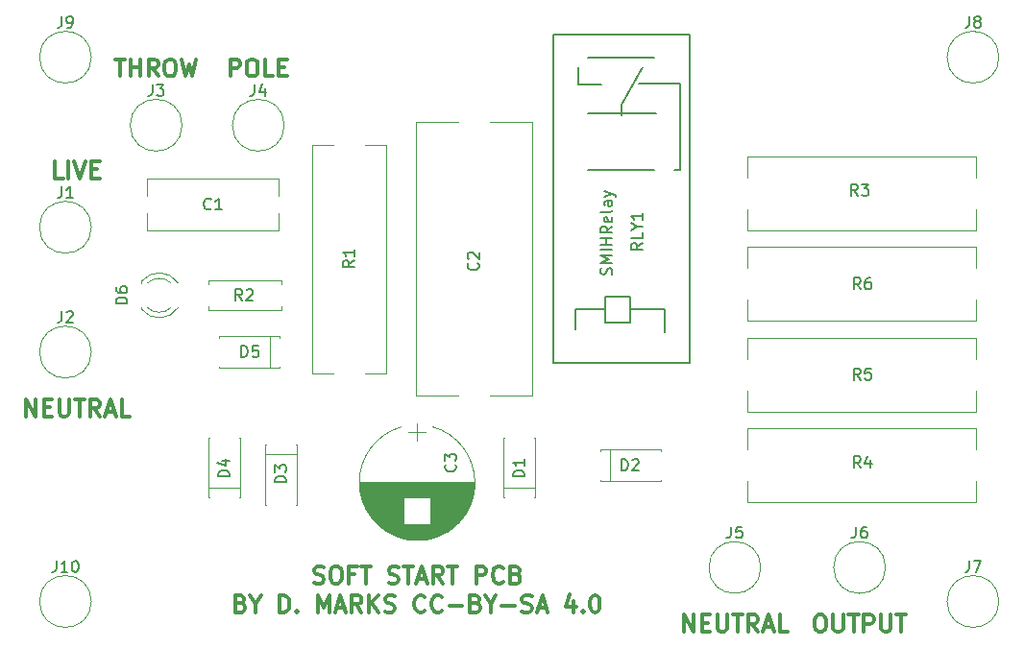
<source format=gbr>
G04 #@! TF.FileFunction,Legend,Top*
%FSLAX46Y46*%
G04 Gerber Fmt 4.6, Leading zero omitted, Abs format (unit mm)*
G04 Created by KiCad (PCBNEW 4.0.7) date 08/23/20 20:58:51*
%MOMM*%
%LPD*%
G01*
G04 APERTURE LIST*
%ADD10C,0.100000*%
%ADD11C,0.300000*%
%ADD12C,0.120000*%
%ADD13C,0.200000*%
%ADD14C,0.150000*%
G04 APERTURE END LIST*
D10*
D11*
X121928572Y-75332143D02*
X122142858Y-75403571D01*
X122500001Y-75403571D01*
X122642858Y-75332143D01*
X122714287Y-75260714D01*
X122785715Y-75117857D01*
X122785715Y-74975000D01*
X122714287Y-74832143D01*
X122642858Y-74760714D01*
X122500001Y-74689286D01*
X122214287Y-74617857D01*
X122071429Y-74546429D01*
X122000001Y-74475000D01*
X121928572Y-74332143D01*
X121928572Y-74189286D01*
X122000001Y-74046429D01*
X122071429Y-73975000D01*
X122214287Y-73903571D01*
X122571429Y-73903571D01*
X122785715Y-73975000D01*
X123714286Y-73903571D02*
X124000000Y-73903571D01*
X124142858Y-73975000D01*
X124285715Y-74117857D01*
X124357143Y-74403571D01*
X124357143Y-74903571D01*
X124285715Y-75189286D01*
X124142858Y-75332143D01*
X124000000Y-75403571D01*
X123714286Y-75403571D01*
X123571429Y-75332143D01*
X123428572Y-75189286D01*
X123357143Y-74903571D01*
X123357143Y-74403571D01*
X123428572Y-74117857D01*
X123571429Y-73975000D01*
X123714286Y-73903571D01*
X125500001Y-74617857D02*
X125000001Y-74617857D01*
X125000001Y-75403571D02*
X125000001Y-73903571D01*
X125714287Y-73903571D01*
X126071429Y-73903571D02*
X126928572Y-73903571D01*
X126500001Y-75403571D02*
X126500001Y-73903571D01*
X128500000Y-75332143D02*
X128714286Y-75403571D01*
X129071429Y-75403571D01*
X129214286Y-75332143D01*
X129285715Y-75260714D01*
X129357143Y-75117857D01*
X129357143Y-74975000D01*
X129285715Y-74832143D01*
X129214286Y-74760714D01*
X129071429Y-74689286D01*
X128785715Y-74617857D01*
X128642857Y-74546429D01*
X128571429Y-74475000D01*
X128500000Y-74332143D01*
X128500000Y-74189286D01*
X128571429Y-74046429D01*
X128642857Y-73975000D01*
X128785715Y-73903571D01*
X129142857Y-73903571D01*
X129357143Y-73975000D01*
X129785714Y-73903571D02*
X130642857Y-73903571D01*
X130214286Y-75403571D02*
X130214286Y-73903571D01*
X131071428Y-74975000D02*
X131785714Y-74975000D01*
X130928571Y-75403571D02*
X131428571Y-73903571D01*
X131928571Y-75403571D01*
X133285714Y-75403571D02*
X132785714Y-74689286D01*
X132428571Y-75403571D02*
X132428571Y-73903571D01*
X132999999Y-73903571D01*
X133142857Y-73975000D01*
X133214285Y-74046429D01*
X133285714Y-74189286D01*
X133285714Y-74403571D01*
X133214285Y-74546429D01*
X133142857Y-74617857D01*
X132999999Y-74689286D01*
X132428571Y-74689286D01*
X133714285Y-73903571D02*
X134571428Y-73903571D01*
X134142857Y-75403571D02*
X134142857Y-73903571D01*
X136214285Y-75403571D02*
X136214285Y-73903571D01*
X136785713Y-73903571D01*
X136928571Y-73975000D01*
X136999999Y-74046429D01*
X137071428Y-74189286D01*
X137071428Y-74403571D01*
X136999999Y-74546429D01*
X136928571Y-74617857D01*
X136785713Y-74689286D01*
X136214285Y-74689286D01*
X138571428Y-75260714D02*
X138499999Y-75332143D01*
X138285713Y-75403571D01*
X138142856Y-75403571D01*
X137928571Y-75332143D01*
X137785713Y-75189286D01*
X137714285Y-75046429D01*
X137642856Y-74760714D01*
X137642856Y-74546429D01*
X137714285Y-74260714D01*
X137785713Y-74117857D01*
X137928571Y-73975000D01*
X138142856Y-73903571D01*
X138285713Y-73903571D01*
X138499999Y-73975000D01*
X138571428Y-74046429D01*
X139714285Y-74617857D02*
X139928571Y-74689286D01*
X139999999Y-74760714D01*
X140071428Y-74903571D01*
X140071428Y-75117857D01*
X139999999Y-75260714D01*
X139928571Y-75332143D01*
X139785713Y-75403571D01*
X139214285Y-75403571D01*
X139214285Y-73903571D01*
X139714285Y-73903571D01*
X139857142Y-73975000D01*
X139928571Y-74046429D01*
X139999999Y-74189286D01*
X139999999Y-74332143D01*
X139928571Y-74475000D01*
X139857142Y-74546429D01*
X139714285Y-74617857D01*
X139214285Y-74617857D01*
X115464287Y-77167857D02*
X115678573Y-77239286D01*
X115750001Y-77310714D01*
X115821430Y-77453571D01*
X115821430Y-77667857D01*
X115750001Y-77810714D01*
X115678573Y-77882143D01*
X115535715Y-77953571D01*
X114964287Y-77953571D01*
X114964287Y-76453571D01*
X115464287Y-76453571D01*
X115607144Y-76525000D01*
X115678573Y-76596429D01*
X115750001Y-76739286D01*
X115750001Y-76882143D01*
X115678573Y-77025000D01*
X115607144Y-77096429D01*
X115464287Y-77167857D01*
X114964287Y-77167857D01*
X116750001Y-77239286D02*
X116750001Y-77953571D01*
X116250001Y-76453571D02*
X116750001Y-77239286D01*
X117250001Y-76453571D01*
X118892858Y-77953571D02*
X118892858Y-76453571D01*
X119250001Y-76453571D01*
X119464286Y-76525000D01*
X119607144Y-76667857D01*
X119678572Y-76810714D01*
X119750001Y-77096429D01*
X119750001Y-77310714D01*
X119678572Y-77596429D01*
X119607144Y-77739286D01*
X119464286Y-77882143D01*
X119250001Y-77953571D01*
X118892858Y-77953571D01*
X120392858Y-77810714D02*
X120464286Y-77882143D01*
X120392858Y-77953571D01*
X120321429Y-77882143D01*
X120392858Y-77810714D01*
X120392858Y-77953571D01*
X122250001Y-77953571D02*
X122250001Y-76453571D01*
X122750001Y-77525000D01*
X123250001Y-76453571D01*
X123250001Y-77953571D01*
X123892858Y-77525000D02*
X124607144Y-77525000D01*
X123750001Y-77953571D02*
X124250001Y-76453571D01*
X124750001Y-77953571D01*
X126107144Y-77953571D02*
X125607144Y-77239286D01*
X125250001Y-77953571D02*
X125250001Y-76453571D01*
X125821429Y-76453571D01*
X125964287Y-76525000D01*
X126035715Y-76596429D01*
X126107144Y-76739286D01*
X126107144Y-76953571D01*
X126035715Y-77096429D01*
X125964287Y-77167857D01*
X125821429Y-77239286D01*
X125250001Y-77239286D01*
X126750001Y-77953571D02*
X126750001Y-76453571D01*
X127607144Y-77953571D02*
X126964287Y-77096429D01*
X127607144Y-76453571D02*
X126750001Y-77310714D01*
X128178572Y-77882143D02*
X128392858Y-77953571D01*
X128750001Y-77953571D01*
X128892858Y-77882143D01*
X128964287Y-77810714D01*
X129035715Y-77667857D01*
X129035715Y-77525000D01*
X128964287Y-77382143D01*
X128892858Y-77310714D01*
X128750001Y-77239286D01*
X128464287Y-77167857D01*
X128321429Y-77096429D01*
X128250001Y-77025000D01*
X128178572Y-76882143D01*
X128178572Y-76739286D01*
X128250001Y-76596429D01*
X128321429Y-76525000D01*
X128464287Y-76453571D01*
X128821429Y-76453571D01*
X129035715Y-76525000D01*
X131678572Y-77810714D02*
X131607143Y-77882143D01*
X131392857Y-77953571D01*
X131250000Y-77953571D01*
X131035715Y-77882143D01*
X130892857Y-77739286D01*
X130821429Y-77596429D01*
X130750000Y-77310714D01*
X130750000Y-77096429D01*
X130821429Y-76810714D01*
X130892857Y-76667857D01*
X131035715Y-76525000D01*
X131250000Y-76453571D01*
X131392857Y-76453571D01*
X131607143Y-76525000D01*
X131678572Y-76596429D01*
X133178572Y-77810714D02*
X133107143Y-77882143D01*
X132892857Y-77953571D01*
X132750000Y-77953571D01*
X132535715Y-77882143D01*
X132392857Y-77739286D01*
X132321429Y-77596429D01*
X132250000Y-77310714D01*
X132250000Y-77096429D01*
X132321429Y-76810714D01*
X132392857Y-76667857D01*
X132535715Y-76525000D01*
X132750000Y-76453571D01*
X132892857Y-76453571D01*
X133107143Y-76525000D01*
X133178572Y-76596429D01*
X133821429Y-77382143D02*
X134964286Y-77382143D01*
X136178572Y-77167857D02*
X136392858Y-77239286D01*
X136464286Y-77310714D01*
X136535715Y-77453571D01*
X136535715Y-77667857D01*
X136464286Y-77810714D01*
X136392858Y-77882143D01*
X136250000Y-77953571D01*
X135678572Y-77953571D01*
X135678572Y-76453571D01*
X136178572Y-76453571D01*
X136321429Y-76525000D01*
X136392858Y-76596429D01*
X136464286Y-76739286D01*
X136464286Y-76882143D01*
X136392858Y-77025000D01*
X136321429Y-77096429D01*
X136178572Y-77167857D01*
X135678572Y-77167857D01*
X137464286Y-77239286D02*
X137464286Y-77953571D01*
X136964286Y-76453571D02*
X137464286Y-77239286D01*
X137964286Y-76453571D01*
X138464286Y-77382143D02*
X139607143Y-77382143D01*
X140250000Y-77882143D02*
X140464286Y-77953571D01*
X140821429Y-77953571D01*
X140964286Y-77882143D01*
X141035715Y-77810714D01*
X141107143Y-77667857D01*
X141107143Y-77525000D01*
X141035715Y-77382143D01*
X140964286Y-77310714D01*
X140821429Y-77239286D01*
X140535715Y-77167857D01*
X140392857Y-77096429D01*
X140321429Y-77025000D01*
X140250000Y-76882143D01*
X140250000Y-76739286D01*
X140321429Y-76596429D01*
X140392857Y-76525000D01*
X140535715Y-76453571D01*
X140892857Y-76453571D01*
X141107143Y-76525000D01*
X141678571Y-77525000D02*
X142392857Y-77525000D01*
X141535714Y-77953571D02*
X142035714Y-76453571D01*
X142535714Y-77953571D01*
X144821428Y-76953571D02*
X144821428Y-77953571D01*
X144464285Y-76382143D02*
X144107142Y-77453571D01*
X145035714Y-77453571D01*
X145607142Y-77810714D02*
X145678570Y-77882143D01*
X145607142Y-77953571D01*
X145535713Y-77882143D01*
X145607142Y-77810714D01*
X145607142Y-77953571D01*
X146607142Y-76453571D02*
X146749999Y-76453571D01*
X146892856Y-76525000D01*
X146964285Y-76596429D01*
X147035714Y-76739286D01*
X147107142Y-77025000D01*
X147107142Y-77382143D01*
X147035714Y-77667857D01*
X146964285Y-77810714D01*
X146892856Y-77882143D01*
X146749999Y-77953571D01*
X146607142Y-77953571D01*
X146464285Y-77882143D01*
X146392856Y-77810714D01*
X146321428Y-77667857D01*
X146249999Y-77382143D01*
X146249999Y-77025000D01*
X146321428Y-76739286D01*
X146392856Y-76596429D01*
X146464285Y-76525000D01*
X146607142Y-76453571D01*
X114535714Y-30678571D02*
X114535714Y-29178571D01*
X115107142Y-29178571D01*
X115250000Y-29250000D01*
X115321428Y-29321429D01*
X115392857Y-29464286D01*
X115392857Y-29678571D01*
X115321428Y-29821429D01*
X115250000Y-29892857D01*
X115107142Y-29964286D01*
X114535714Y-29964286D01*
X116321428Y-29178571D02*
X116607142Y-29178571D01*
X116750000Y-29250000D01*
X116892857Y-29392857D01*
X116964285Y-29678571D01*
X116964285Y-30178571D01*
X116892857Y-30464286D01*
X116750000Y-30607143D01*
X116607142Y-30678571D01*
X116321428Y-30678571D01*
X116178571Y-30607143D01*
X116035714Y-30464286D01*
X115964285Y-30178571D01*
X115964285Y-29678571D01*
X116035714Y-29392857D01*
X116178571Y-29250000D01*
X116321428Y-29178571D01*
X118321429Y-30678571D02*
X117607143Y-30678571D01*
X117607143Y-29178571D01*
X118821429Y-29892857D02*
X119321429Y-29892857D01*
X119535715Y-30678571D02*
X118821429Y-30678571D01*
X118821429Y-29178571D01*
X119535715Y-29178571D01*
X104392857Y-29178571D02*
X105250000Y-29178571D01*
X104821429Y-30678571D02*
X104821429Y-29178571D01*
X105750000Y-30678571D02*
X105750000Y-29178571D01*
X105750000Y-29892857D02*
X106607143Y-29892857D01*
X106607143Y-30678571D02*
X106607143Y-29178571D01*
X108178572Y-30678571D02*
X107678572Y-29964286D01*
X107321429Y-30678571D02*
X107321429Y-29178571D01*
X107892857Y-29178571D01*
X108035715Y-29250000D01*
X108107143Y-29321429D01*
X108178572Y-29464286D01*
X108178572Y-29678571D01*
X108107143Y-29821429D01*
X108035715Y-29892857D01*
X107892857Y-29964286D01*
X107321429Y-29964286D01*
X109107143Y-29178571D02*
X109392857Y-29178571D01*
X109535715Y-29250000D01*
X109678572Y-29392857D01*
X109750000Y-29678571D01*
X109750000Y-30178571D01*
X109678572Y-30464286D01*
X109535715Y-30607143D01*
X109392857Y-30678571D01*
X109107143Y-30678571D01*
X108964286Y-30607143D01*
X108821429Y-30464286D01*
X108750000Y-30178571D01*
X108750000Y-29678571D01*
X108821429Y-29392857D01*
X108964286Y-29250000D01*
X109107143Y-29178571D01*
X110250001Y-29178571D02*
X110607144Y-30678571D01*
X110892858Y-29607143D01*
X111178572Y-30678571D01*
X111535715Y-29178571D01*
X96535714Y-60678571D02*
X96535714Y-59178571D01*
X97392857Y-60678571D01*
X97392857Y-59178571D01*
X98107143Y-59892857D02*
X98607143Y-59892857D01*
X98821429Y-60678571D02*
X98107143Y-60678571D01*
X98107143Y-59178571D01*
X98821429Y-59178571D01*
X99464286Y-59178571D02*
X99464286Y-60392857D01*
X99535714Y-60535714D01*
X99607143Y-60607143D01*
X99750000Y-60678571D01*
X100035714Y-60678571D01*
X100178572Y-60607143D01*
X100250000Y-60535714D01*
X100321429Y-60392857D01*
X100321429Y-59178571D01*
X100821429Y-59178571D02*
X101678572Y-59178571D01*
X101250001Y-60678571D02*
X101250001Y-59178571D01*
X103035715Y-60678571D02*
X102535715Y-59964286D01*
X102178572Y-60678571D02*
X102178572Y-59178571D01*
X102750000Y-59178571D01*
X102892858Y-59250000D01*
X102964286Y-59321429D01*
X103035715Y-59464286D01*
X103035715Y-59678571D01*
X102964286Y-59821429D01*
X102892858Y-59892857D01*
X102750000Y-59964286D01*
X102178572Y-59964286D01*
X103607143Y-60250000D02*
X104321429Y-60250000D01*
X103464286Y-60678571D02*
X103964286Y-59178571D01*
X104464286Y-60678571D01*
X105678572Y-60678571D02*
X104964286Y-60678571D01*
X104964286Y-59178571D01*
X99785715Y-39678571D02*
X99071429Y-39678571D01*
X99071429Y-38178571D01*
X100285715Y-39678571D02*
X100285715Y-38178571D01*
X100785715Y-38178571D02*
X101285715Y-39678571D01*
X101785715Y-38178571D01*
X102285715Y-38892857D02*
X102785715Y-38892857D01*
X103000001Y-39678571D02*
X102285715Y-39678571D01*
X102285715Y-38178571D01*
X103000001Y-38178571D01*
X166392857Y-78178571D02*
X166678571Y-78178571D01*
X166821429Y-78250000D01*
X166964286Y-78392857D01*
X167035714Y-78678571D01*
X167035714Y-79178571D01*
X166964286Y-79464286D01*
X166821429Y-79607143D01*
X166678571Y-79678571D01*
X166392857Y-79678571D01*
X166250000Y-79607143D01*
X166107143Y-79464286D01*
X166035714Y-79178571D01*
X166035714Y-78678571D01*
X166107143Y-78392857D01*
X166250000Y-78250000D01*
X166392857Y-78178571D01*
X167678572Y-78178571D02*
X167678572Y-79392857D01*
X167750000Y-79535714D01*
X167821429Y-79607143D01*
X167964286Y-79678571D01*
X168250000Y-79678571D01*
X168392858Y-79607143D01*
X168464286Y-79535714D01*
X168535715Y-79392857D01*
X168535715Y-78178571D01*
X169035715Y-78178571D02*
X169892858Y-78178571D01*
X169464287Y-79678571D02*
X169464287Y-78178571D01*
X170392858Y-79678571D02*
X170392858Y-78178571D01*
X170964286Y-78178571D01*
X171107144Y-78250000D01*
X171178572Y-78321429D01*
X171250001Y-78464286D01*
X171250001Y-78678571D01*
X171178572Y-78821429D01*
X171107144Y-78892857D01*
X170964286Y-78964286D01*
X170392858Y-78964286D01*
X171892858Y-78178571D02*
X171892858Y-79392857D01*
X171964286Y-79535714D01*
X172035715Y-79607143D01*
X172178572Y-79678571D01*
X172464286Y-79678571D01*
X172607144Y-79607143D01*
X172678572Y-79535714D01*
X172750001Y-79392857D01*
X172750001Y-78178571D01*
X173250001Y-78178571D02*
X174107144Y-78178571D01*
X173678573Y-79678571D02*
X173678573Y-78178571D01*
X154535714Y-79678571D02*
X154535714Y-78178571D01*
X155392857Y-79678571D01*
X155392857Y-78178571D01*
X156107143Y-78892857D02*
X156607143Y-78892857D01*
X156821429Y-79678571D02*
X156107143Y-79678571D01*
X156107143Y-78178571D01*
X156821429Y-78178571D01*
X157464286Y-78178571D02*
X157464286Y-79392857D01*
X157535714Y-79535714D01*
X157607143Y-79607143D01*
X157750000Y-79678571D01*
X158035714Y-79678571D01*
X158178572Y-79607143D01*
X158250000Y-79535714D01*
X158321429Y-79392857D01*
X158321429Y-78178571D01*
X158821429Y-78178571D02*
X159678572Y-78178571D01*
X159250001Y-79678571D02*
X159250001Y-78178571D01*
X161035715Y-79678571D02*
X160535715Y-78964286D01*
X160178572Y-79678571D02*
X160178572Y-78178571D01*
X160750000Y-78178571D01*
X160892858Y-78250000D01*
X160964286Y-78321429D01*
X161035715Y-78464286D01*
X161035715Y-78678571D01*
X160964286Y-78821429D01*
X160892858Y-78892857D01*
X160750000Y-78964286D01*
X160178572Y-78964286D01*
X161607143Y-79250000D02*
X162321429Y-79250000D01*
X161464286Y-79678571D02*
X161964286Y-78178571D01*
X162464286Y-79678571D01*
X163678572Y-79678571D02*
X162964286Y-79678571D01*
X162964286Y-78178571D01*
D12*
X118810000Y-44310000D02*
X107190000Y-44310000D01*
X118810000Y-39690000D02*
X107190000Y-39690000D01*
X118810000Y-44310000D02*
X118810000Y-42750000D01*
X118810000Y-41250000D02*
X118810000Y-39690000D01*
X107190000Y-44310000D02*
X107190000Y-42750000D01*
X107190000Y-41250000D02*
X107190000Y-39690000D01*
X130890000Y-58810000D02*
X130890000Y-34690000D01*
X141110000Y-58810000D02*
X141110000Y-34690000D01*
X130890000Y-58810000D02*
X134605000Y-58810000D01*
X137395000Y-58810000D02*
X141110000Y-58810000D01*
X130890000Y-34690000D02*
X134605000Y-34690000D01*
X137395000Y-34690000D02*
X141110000Y-34690000D01*
X132383264Y-71398437D02*
G75*
G03X132380000Y-61600643I-1383264J4898437D01*
G01*
X129616736Y-71398437D02*
G75*
G02X129620000Y-61600643I1383264J4898437D01*
G01*
X129616736Y-71398437D02*
G75*
G03X132380000Y-71399357I1383264J4898437D01*
G01*
X136050000Y-66500000D02*
X125950000Y-66500000D01*
X136050000Y-66540000D02*
X125950000Y-66540000D01*
X136050000Y-66580000D02*
X125950000Y-66580000D01*
X136049000Y-66620000D02*
X125951000Y-66620000D01*
X136048000Y-66660000D02*
X125952000Y-66660000D01*
X136047000Y-66700000D02*
X125953000Y-66700000D01*
X136045000Y-66740000D02*
X125955000Y-66740000D01*
X136043000Y-66780000D02*
X125957000Y-66780000D01*
X136040000Y-66820000D02*
X125960000Y-66820000D01*
X136038000Y-66860000D02*
X125962000Y-66860000D01*
X136035000Y-66900000D02*
X125965000Y-66900000D01*
X136031000Y-66940000D02*
X125969000Y-66940000D01*
X136028000Y-66980000D02*
X125972000Y-66980000D01*
X136024000Y-67020000D02*
X125976000Y-67020000D01*
X136020000Y-67060000D02*
X125980000Y-67060000D01*
X136015000Y-67100000D02*
X125985000Y-67100000D01*
X136010000Y-67140000D02*
X125990000Y-67140000D01*
X136005000Y-67180000D02*
X125995000Y-67180000D01*
X135999000Y-67221000D02*
X126001000Y-67221000D01*
X135993000Y-67261000D02*
X126007000Y-67261000D01*
X135987000Y-67301000D02*
X126013000Y-67301000D01*
X135981000Y-67341000D02*
X126019000Y-67341000D01*
X135974000Y-67381000D02*
X126026000Y-67381000D01*
X135967000Y-67421000D02*
X126033000Y-67421000D01*
X135959000Y-67461000D02*
X126041000Y-67461000D01*
X135951000Y-67501000D02*
X126049000Y-67501000D01*
X135943000Y-67541000D02*
X126057000Y-67541000D01*
X135935000Y-67581000D02*
X126065000Y-67581000D01*
X135926000Y-67621000D02*
X126074000Y-67621000D01*
X135917000Y-67661000D02*
X126083000Y-67661000D01*
X135907000Y-67701000D02*
X126093000Y-67701000D01*
X135897000Y-67741000D02*
X126103000Y-67741000D01*
X135887000Y-67781000D02*
X126113000Y-67781000D01*
X135876000Y-67821000D02*
X132181000Y-67821000D01*
X129819000Y-67821000D02*
X126124000Y-67821000D01*
X135865000Y-67861000D02*
X132181000Y-67861000D01*
X129819000Y-67861000D02*
X126135000Y-67861000D01*
X135854000Y-67901000D02*
X132181000Y-67901000D01*
X129819000Y-67901000D02*
X126146000Y-67901000D01*
X135843000Y-67941000D02*
X132181000Y-67941000D01*
X129819000Y-67941000D02*
X126157000Y-67941000D01*
X135831000Y-67981000D02*
X132181000Y-67981000D01*
X129819000Y-67981000D02*
X126169000Y-67981000D01*
X135818000Y-68021000D02*
X132181000Y-68021000D01*
X129819000Y-68021000D02*
X126182000Y-68021000D01*
X135806000Y-68061000D02*
X132181000Y-68061000D01*
X129819000Y-68061000D02*
X126194000Y-68061000D01*
X135792000Y-68101000D02*
X132181000Y-68101000D01*
X129819000Y-68101000D02*
X126208000Y-68101000D01*
X135779000Y-68141000D02*
X132181000Y-68141000D01*
X129819000Y-68141000D02*
X126221000Y-68141000D01*
X135765000Y-68181000D02*
X132181000Y-68181000D01*
X129819000Y-68181000D02*
X126235000Y-68181000D01*
X135751000Y-68221000D02*
X132181000Y-68221000D01*
X129819000Y-68221000D02*
X126249000Y-68221000D01*
X135737000Y-68261000D02*
X132181000Y-68261000D01*
X129819000Y-68261000D02*
X126263000Y-68261000D01*
X135722000Y-68301000D02*
X132181000Y-68301000D01*
X129819000Y-68301000D02*
X126278000Y-68301000D01*
X135706000Y-68341000D02*
X132181000Y-68341000D01*
X129819000Y-68341000D02*
X126294000Y-68341000D01*
X135691000Y-68381000D02*
X132181000Y-68381000D01*
X129819000Y-68381000D02*
X126309000Y-68381000D01*
X135674000Y-68421000D02*
X132181000Y-68421000D01*
X129819000Y-68421000D02*
X126326000Y-68421000D01*
X135658000Y-68461000D02*
X132181000Y-68461000D01*
X129819000Y-68461000D02*
X126342000Y-68461000D01*
X135641000Y-68501000D02*
X132181000Y-68501000D01*
X129819000Y-68501000D02*
X126359000Y-68501000D01*
X135624000Y-68541000D02*
X132181000Y-68541000D01*
X129819000Y-68541000D02*
X126376000Y-68541000D01*
X135606000Y-68581000D02*
X132181000Y-68581000D01*
X129819000Y-68581000D02*
X126394000Y-68581000D01*
X135588000Y-68621000D02*
X132181000Y-68621000D01*
X129819000Y-68621000D02*
X126412000Y-68621000D01*
X135569000Y-68661000D02*
X132181000Y-68661000D01*
X129819000Y-68661000D02*
X126431000Y-68661000D01*
X135550000Y-68701000D02*
X132181000Y-68701000D01*
X129819000Y-68701000D02*
X126450000Y-68701000D01*
X135531000Y-68741000D02*
X132181000Y-68741000D01*
X129819000Y-68741000D02*
X126469000Y-68741000D01*
X135511000Y-68781000D02*
X132181000Y-68781000D01*
X129819000Y-68781000D02*
X126489000Y-68781000D01*
X135491000Y-68821000D02*
X132181000Y-68821000D01*
X129819000Y-68821000D02*
X126509000Y-68821000D01*
X135470000Y-68861000D02*
X132181000Y-68861000D01*
X129819000Y-68861000D02*
X126530000Y-68861000D01*
X135449000Y-68901000D02*
X132181000Y-68901000D01*
X129819000Y-68901000D02*
X126551000Y-68901000D01*
X135428000Y-68941000D02*
X132181000Y-68941000D01*
X129819000Y-68941000D02*
X126572000Y-68941000D01*
X135405000Y-68981000D02*
X132181000Y-68981000D01*
X129819000Y-68981000D02*
X126595000Y-68981000D01*
X135383000Y-69021000D02*
X132181000Y-69021000D01*
X129819000Y-69021000D02*
X126617000Y-69021000D01*
X135360000Y-69061000D02*
X132181000Y-69061000D01*
X129819000Y-69061000D02*
X126640000Y-69061000D01*
X135336000Y-69101000D02*
X132181000Y-69101000D01*
X129819000Y-69101000D02*
X126664000Y-69101000D01*
X135312000Y-69141000D02*
X132181000Y-69141000D01*
X129819000Y-69141000D02*
X126688000Y-69141000D01*
X135288000Y-69181000D02*
X132181000Y-69181000D01*
X129819000Y-69181000D02*
X126712000Y-69181000D01*
X135263000Y-69221000D02*
X132181000Y-69221000D01*
X129819000Y-69221000D02*
X126737000Y-69221000D01*
X135237000Y-69261000D02*
X132181000Y-69261000D01*
X129819000Y-69261000D02*
X126763000Y-69261000D01*
X135211000Y-69301000D02*
X132181000Y-69301000D01*
X129819000Y-69301000D02*
X126789000Y-69301000D01*
X135185000Y-69341000D02*
X132181000Y-69341000D01*
X129819000Y-69341000D02*
X126815000Y-69341000D01*
X135157000Y-69381000D02*
X132181000Y-69381000D01*
X129819000Y-69381000D02*
X126843000Y-69381000D01*
X135130000Y-69421000D02*
X132181000Y-69421000D01*
X129819000Y-69421000D02*
X126870000Y-69421000D01*
X135101000Y-69461000D02*
X132181000Y-69461000D01*
X129819000Y-69461000D02*
X126899000Y-69461000D01*
X135072000Y-69501000D02*
X132181000Y-69501000D01*
X129819000Y-69501000D02*
X126928000Y-69501000D01*
X135043000Y-69541000D02*
X132181000Y-69541000D01*
X129819000Y-69541000D02*
X126957000Y-69541000D01*
X135013000Y-69581000D02*
X132181000Y-69581000D01*
X129819000Y-69581000D02*
X126987000Y-69581000D01*
X134982000Y-69621000D02*
X132181000Y-69621000D01*
X129819000Y-69621000D02*
X127018000Y-69621000D01*
X134951000Y-69661000D02*
X132181000Y-69661000D01*
X129819000Y-69661000D02*
X127049000Y-69661000D01*
X134919000Y-69701000D02*
X132181000Y-69701000D01*
X129819000Y-69701000D02*
X127081000Y-69701000D01*
X134886000Y-69741000D02*
X132181000Y-69741000D01*
X129819000Y-69741000D02*
X127114000Y-69741000D01*
X134853000Y-69781000D02*
X132181000Y-69781000D01*
X129819000Y-69781000D02*
X127147000Y-69781000D01*
X134819000Y-69821000D02*
X132181000Y-69821000D01*
X129819000Y-69821000D02*
X127181000Y-69821000D01*
X134784000Y-69861000D02*
X132181000Y-69861000D01*
X129819000Y-69861000D02*
X127216000Y-69861000D01*
X134748000Y-69901000D02*
X132181000Y-69901000D01*
X129819000Y-69901000D02*
X127252000Y-69901000D01*
X134712000Y-69941000D02*
X132181000Y-69941000D01*
X129819000Y-69941000D02*
X127288000Y-69941000D01*
X134675000Y-69981000D02*
X132181000Y-69981000D01*
X129819000Y-69981000D02*
X127325000Y-69981000D01*
X134637000Y-70021000D02*
X132181000Y-70021000D01*
X129819000Y-70021000D02*
X127363000Y-70021000D01*
X134598000Y-70061000D02*
X132181000Y-70061000D01*
X129819000Y-70061000D02*
X127402000Y-70061000D01*
X134559000Y-70101000D02*
X132181000Y-70101000D01*
X129819000Y-70101000D02*
X127441000Y-70101000D01*
X134518000Y-70141000D02*
X132181000Y-70141000D01*
X129819000Y-70141000D02*
X127482000Y-70141000D01*
X134477000Y-70181000D02*
X127523000Y-70181000D01*
X134435000Y-70221000D02*
X127565000Y-70221000D01*
X134391000Y-70261000D02*
X127609000Y-70261000D01*
X134347000Y-70301000D02*
X127653000Y-70301000D01*
X134302000Y-70341000D02*
X127698000Y-70341000D01*
X134255000Y-70381000D02*
X127745000Y-70381000D01*
X134207000Y-70421000D02*
X127793000Y-70421000D01*
X134158000Y-70461000D02*
X127842000Y-70461000D01*
X134108000Y-70501000D02*
X127892000Y-70501000D01*
X134057000Y-70541000D02*
X127943000Y-70541000D01*
X134004000Y-70581000D02*
X127996000Y-70581000D01*
X133949000Y-70621000D02*
X128051000Y-70621000D01*
X133894000Y-70661000D02*
X128106000Y-70661000D01*
X133836000Y-70701000D02*
X128164000Y-70701000D01*
X133777000Y-70741000D02*
X128223000Y-70741000D01*
X133715000Y-70781000D02*
X128285000Y-70781000D01*
X133652000Y-70821000D02*
X128348000Y-70821000D01*
X133587000Y-70861000D02*
X128413000Y-70861000D01*
X133519000Y-70901000D02*
X128481000Y-70901000D01*
X133449000Y-70941000D02*
X128551000Y-70941000D01*
X133377000Y-70981000D02*
X128623000Y-70981000D01*
X133301000Y-71021000D02*
X128699000Y-71021000D01*
X133222000Y-71061000D02*
X128778000Y-71061000D01*
X133140000Y-71101000D02*
X128860000Y-71101000D01*
X133053000Y-71141000D02*
X128947000Y-71141000D01*
X132962000Y-71181000D02*
X129038000Y-71181000D01*
X132866000Y-71221000D02*
X129134000Y-71221000D01*
X132763000Y-71261000D02*
X129237000Y-71261000D01*
X132654000Y-71301000D02*
X129346000Y-71301000D01*
X132536000Y-71341000D02*
X129464000Y-71341000D01*
X132407000Y-71381000D02*
X129593000Y-71381000D01*
X132265000Y-71421000D02*
X129735000Y-71421000D01*
X132104000Y-71461000D02*
X129896000Y-71461000D01*
X131913000Y-71501000D02*
X130087000Y-71501000D01*
X131672000Y-71541000D02*
X130328000Y-71541000D01*
X131279000Y-71581000D02*
X130721000Y-71581000D01*
X131000000Y-61300000D02*
X131000000Y-62800000D01*
X131750000Y-62050000D02*
X130250000Y-62050000D01*
X138720000Y-67850000D02*
X138590000Y-67850000D01*
X138590000Y-67850000D02*
X138590000Y-62530000D01*
X138590000Y-62530000D02*
X138720000Y-62530000D01*
X141280000Y-67850000D02*
X141410000Y-67850000D01*
X141410000Y-67850000D02*
X141410000Y-62530000D01*
X141410000Y-62530000D02*
X141280000Y-62530000D01*
X138590000Y-67010000D02*
X141410000Y-67010000D01*
X147150000Y-63720000D02*
X147150000Y-63590000D01*
X147150000Y-63590000D02*
X152470000Y-63590000D01*
X152470000Y-63590000D02*
X152470000Y-63720000D01*
X147150000Y-66280000D02*
X147150000Y-66410000D01*
X147150000Y-66410000D02*
X152470000Y-66410000D01*
X152470000Y-66410000D02*
X152470000Y-66280000D01*
X147990000Y-63590000D02*
X147990000Y-66410000D01*
X120280000Y-63150000D02*
X120410000Y-63150000D01*
X120410000Y-63150000D02*
X120410000Y-68470000D01*
X120410000Y-68470000D02*
X120280000Y-68470000D01*
X117720000Y-63150000D02*
X117590000Y-63150000D01*
X117590000Y-63150000D02*
X117590000Y-68470000D01*
X117590000Y-68470000D02*
X117720000Y-68470000D01*
X120410000Y-63990000D02*
X117590000Y-63990000D01*
X112720000Y-67850000D02*
X112590000Y-67850000D01*
X112590000Y-67850000D02*
X112590000Y-62530000D01*
X112590000Y-62530000D02*
X112720000Y-62530000D01*
X115280000Y-67850000D02*
X115410000Y-67850000D01*
X115410000Y-67850000D02*
X115410000Y-62530000D01*
X115410000Y-62530000D02*
X115280000Y-62530000D01*
X112590000Y-67010000D02*
X115410000Y-67010000D01*
X118850000Y-56280000D02*
X118850000Y-56410000D01*
X118850000Y-56410000D02*
X113530000Y-56410000D01*
X113530000Y-56410000D02*
X113530000Y-56280000D01*
X118850000Y-53720000D02*
X118850000Y-53590000D01*
X118850000Y-53590000D02*
X113530000Y-53590000D01*
X113530000Y-53590000D02*
X113530000Y-53720000D01*
X118010000Y-56410000D02*
X118010000Y-53590000D01*
X109942335Y-48921392D02*
G75*
G03X106710000Y-48764484I-1672335J-1078608D01*
G01*
X109942335Y-51078608D02*
G75*
G02X106710000Y-51235516I-1672335J1078608D01*
G01*
X109311130Y-48920163D02*
G75*
G03X107229039Y-48920000I-1041130J-1079837D01*
G01*
X109311130Y-51079837D02*
G75*
G02X107229039Y-51080000I-1041130J1079837D01*
G01*
X106710000Y-48764000D02*
X106710000Y-48920000D01*
X106710000Y-51080000D02*
X106710000Y-51236000D01*
X102286000Y-44000000D02*
G75*
G03X102286000Y-44000000I-2286000J0D01*
G01*
X102286000Y-55000000D02*
G75*
G03X102286000Y-55000000I-2286000J0D01*
G01*
X110286000Y-35000000D02*
G75*
G03X110286000Y-35000000I-2286000J0D01*
G01*
X119286000Y-35000000D02*
G75*
G03X119286000Y-35000000I-2286000J0D01*
G01*
X161286000Y-74000000D02*
G75*
G03X161286000Y-74000000I-2286000J0D01*
G01*
X172286000Y-74000000D02*
G75*
G03X172286000Y-74000000I-2286000J0D01*
G01*
X123620000Y-56860000D02*
X121740000Y-56860000D01*
X121740000Y-56860000D02*
X121740000Y-36740000D01*
X121740000Y-36740000D02*
X123620000Y-36740000D01*
X126380000Y-56860000D02*
X128260000Y-56860000D01*
X128260000Y-56860000D02*
X128260000Y-36740000D01*
X128260000Y-36740000D02*
X126380000Y-36740000D01*
X112600000Y-49020000D02*
X112600000Y-48690000D01*
X112600000Y-48690000D02*
X119020000Y-48690000D01*
X119020000Y-48690000D02*
X119020000Y-49020000D01*
X112600000Y-50980000D02*
X112600000Y-51310000D01*
X112600000Y-51310000D02*
X119020000Y-51310000D01*
X119020000Y-51310000D02*
X119020000Y-50980000D01*
X160140000Y-39620000D02*
X160140000Y-37740000D01*
X160140000Y-37740000D02*
X180260000Y-37740000D01*
X180260000Y-37740000D02*
X180260000Y-39620000D01*
X160140000Y-42380000D02*
X160140000Y-44260000D01*
X160140000Y-44260000D02*
X180260000Y-44260000D01*
X180260000Y-44260000D02*
X180260000Y-42380000D01*
X160140000Y-63620000D02*
X160140000Y-61740000D01*
X160140000Y-61740000D02*
X180260000Y-61740000D01*
X180260000Y-61740000D02*
X180260000Y-63620000D01*
X160140000Y-66380000D02*
X160140000Y-68260000D01*
X160140000Y-68260000D02*
X180260000Y-68260000D01*
X180260000Y-68260000D02*
X180260000Y-66380000D01*
X160140000Y-55620000D02*
X160140000Y-53740000D01*
X160140000Y-53740000D02*
X180260000Y-53740000D01*
X180260000Y-53740000D02*
X180260000Y-55620000D01*
X160140000Y-58380000D02*
X160140000Y-60260000D01*
X160140000Y-60260000D02*
X180260000Y-60260000D01*
X180260000Y-60260000D02*
X180260000Y-58380000D01*
X160140000Y-47620000D02*
X160140000Y-45740000D01*
X160140000Y-45740000D02*
X180260000Y-45740000D01*
X180260000Y-45740000D02*
X180260000Y-47620000D01*
X160140000Y-50380000D02*
X160140000Y-52260000D01*
X160140000Y-52260000D02*
X180260000Y-52260000D01*
X180260000Y-52260000D02*
X180260000Y-50380000D01*
D13*
X143000000Y-56000000D02*
X143000000Y-27000000D01*
X143000000Y-27000000D02*
X155000000Y-27000000D01*
X155000000Y-27000000D02*
X155000000Y-56000000D01*
X155000000Y-56000000D02*
X143000000Y-56000000D01*
X149000000Y-34094000D02*
X149000000Y-33205000D01*
X149000000Y-33205000D02*
X150905000Y-29903000D01*
X153699000Y-38920000D02*
X154207000Y-38920000D01*
X154207000Y-38920000D02*
X154207000Y-31554000D01*
X154207000Y-31554000D02*
X154207000Y-31300000D01*
X154207000Y-31300000D02*
X150524000Y-31300000D01*
X145190000Y-29903000D02*
X145190000Y-31427000D01*
X145190000Y-31427000D02*
X147222000Y-31427000D01*
X151921000Y-29014000D02*
X146079000Y-29014000D01*
X146079000Y-33967000D02*
X152048000Y-33967000D01*
X146079000Y-38920000D02*
X151921000Y-38920000D01*
X149889000Y-51239000D02*
X152810000Y-51239000D01*
X152810000Y-51239000D02*
X152810000Y-53271000D01*
X144936000Y-53017000D02*
X144936000Y-51239000D01*
X144936000Y-51239000D02*
X147603000Y-51239000D01*
X147603000Y-51239000D02*
X147603000Y-52382000D01*
X147603000Y-52382000D02*
X149762000Y-52382000D01*
X149762000Y-52382000D02*
X149762000Y-50096000D01*
X149762000Y-50096000D02*
X147603000Y-50096000D01*
X147603000Y-50096000D02*
X147603000Y-51112000D01*
D12*
X182286000Y-77000000D02*
G75*
G03X182286000Y-77000000I-2286000J0D01*
G01*
X182286000Y-29000000D02*
G75*
G03X182286000Y-29000000I-2286000J0D01*
G01*
X102286000Y-29000000D02*
G75*
G03X102286000Y-29000000I-2286000J0D01*
G01*
X102286000Y-77000000D02*
G75*
G03X102286000Y-77000000I-2286000J0D01*
G01*
D14*
X112833334Y-42357143D02*
X112785715Y-42404762D01*
X112642858Y-42452381D01*
X112547620Y-42452381D01*
X112404762Y-42404762D01*
X112309524Y-42309524D01*
X112261905Y-42214286D01*
X112214286Y-42023810D01*
X112214286Y-41880952D01*
X112261905Y-41690476D01*
X112309524Y-41595238D01*
X112404762Y-41500000D01*
X112547620Y-41452381D01*
X112642858Y-41452381D01*
X112785715Y-41500000D01*
X112833334Y-41547619D01*
X113785715Y-42452381D02*
X113214286Y-42452381D01*
X113500000Y-42452381D02*
X113500000Y-41452381D01*
X113404762Y-41595238D01*
X113309524Y-41690476D01*
X113214286Y-41738095D01*
X136357143Y-47166666D02*
X136404762Y-47214285D01*
X136452381Y-47357142D01*
X136452381Y-47452380D01*
X136404762Y-47595238D01*
X136309524Y-47690476D01*
X136214286Y-47738095D01*
X136023810Y-47785714D01*
X135880952Y-47785714D01*
X135690476Y-47738095D01*
X135595238Y-47690476D01*
X135500000Y-47595238D01*
X135452381Y-47452380D01*
X135452381Y-47357142D01*
X135500000Y-47214285D01*
X135547619Y-47166666D01*
X135547619Y-46785714D02*
X135500000Y-46738095D01*
X135452381Y-46642857D01*
X135452381Y-46404761D01*
X135500000Y-46309523D01*
X135547619Y-46261904D01*
X135642857Y-46214285D01*
X135738095Y-46214285D01*
X135880952Y-46261904D01*
X136452381Y-46833333D01*
X136452381Y-46214285D01*
X134357143Y-64916666D02*
X134404762Y-64964285D01*
X134452381Y-65107142D01*
X134452381Y-65202380D01*
X134404762Y-65345238D01*
X134309524Y-65440476D01*
X134214286Y-65488095D01*
X134023810Y-65535714D01*
X133880952Y-65535714D01*
X133690476Y-65488095D01*
X133595238Y-65440476D01*
X133500000Y-65345238D01*
X133452381Y-65202380D01*
X133452381Y-65107142D01*
X133500000Y-64964285D01*
X133547619Y-64916666D01*
X133452381Y-64583333D02*
X133452381Y-63964285D01*
X133833333Y-64297619D01*
X133833333Y-64154761D01*
X133880952Y-64059523D01*
X133928571Y-64011904D01*
X134023810Y-63964285D01*
X134261905Y-63964285D01*
X134357143Y-64011904D01*
X134404762Y-64059523D01*
X134452381Y-64154761D01*
X134452381Y-64440476D01*
X134404762Y-64535714D01*
X134357143Y-64583333D01*
X140452381Y-65988095D02*
X139452381Y-65988095D01*
X139452381Y-65750000D01*
X139500000Y-65607142D01*
X139595238Y-65511904D01*
X139690476Y-65464285D01*
X139880952Y-65416666D01*
X140023810Y-65416666D01*
X140214286Y-65464285D01*
X140309524Y-65511904D01*
X140404762Y-65607142D01*
X140452381Y-65750000D01*
X140452381Y-65988095D01*
X140452381Y-64464285D02*
X140452381Y-65035714D01*
X140452381Y-64750000D02*
X139452381Y-64750000D01*
X139595238Y-64845238D01*
X139690476Y-64940476D01*
X139738095Y-65035714D01*
X149011905Y-65452381D02*
X149011905Y-64452381D01*
X149250000Y-64452381D01*
X149392858Y-64500000D01*
X149488096Y-64595238D01*
X149535715Y-64690476D01*
X149583334Y-64880952D01*
X149583334Y-65023810D01*
X149535715Y-65214286D01*
X149488096Y-65309524D01*
X149392858Y-65404762D01*
X149250000Y-65452381D01*
X149011905Y-65452381D01*
X149964286Y-64547619D02*
X150011905Y-64500000D01*
X150107143Y-64452381D01*
X150345239Y-64452381D01*
X150440477Y-64500000D01*
X150488096Y-64547619D01*
X150535715Y-64642857D01*
X150535715Y-64738095D01*
X150488096Y-64880952D01*
X149916667Y-65452381D01*
X150535715Y-65452381D01*
X119452381Y-66488095D02*
X118452381Y-66488095D01*
X118452381Y-66250000D01*
X118500000Y-66107142D01*
X118595238Y-66011904D01*
X118690476Y-65964285D01*
X118880952Y-65916666D01*
X119023810Y-65916666D01*
X119214286Y-65964285D01*
X119309524Y-66011904D01*
X119404762Y-66107142D01*
X119452381Y-66250000D01*
X119452381Y-66488095D01*
X118452381Y-65583333D02*
X118452381Y-64964285D01*
X118833333Y-65297619D01*
X118833333Y-65154761D01*
X118880952Y-65059523D01*
X118928571Y-65011904D01*
X119023810Y-64964285D01*
X119261905Y-64964285D01*
X119357143Y-65011904D01*
X119404762Y-65059523D01*
X119452381Y-65154761D01*
X119452381Y-65440476D01*
X119404762Y-65535714D01*
X119357143Y-65583333D01*
X114452381Y-65988095D02*
X113452381Y-65988095D01*
X113452381Y-65750000D01*
X113500000Y-65607142D01*
X113595238Y-65511904D01*
X113690476Y-65464285D01*
X113880952Y-65416666D01*
X114023810Y-65416666D01*
X114214286Y-65464285D01*
X114309524Y-65511904D01*
X114404762Y-65607142D01*
X114452381Y-65750000D01*
X114452381Y-65988095D01*
X113785714Y-64559523D02*
X114452381Y-64559523D01*
X113404762Y-64797619D02*
X114119048Y-65035714D01*
X114119048Y-64416666D01*
X115511905Y-55452381D02*
X115511905Y-54452381D01*
X115750000Y-54452381D01*
X115892858Y-54500000D01*
X115988096Y-54595238D01*
X116035715Y-54690476D01*
X116083334Y-54880952D01*
X116083334Y-55023810D01*
X116035715Y-55214286D01*
X115988096Y-55309524D01*
X115892858Y-55404762D01*
X115750000Y-55452381D01*
X115511905Y-55452381D01*
X116988096Y-54452381D02*
X116511905Y-54452381D01*
X116464286Y-54928571D01*
X116511905Y-54880952D01*
X116607143Y-54833333D01*
X116845239Y-54833333D01*
X116940477Y-54880952D01*
X116988096Y-54928571D01*
X117035715Y-55023810D01*
X117035715Y-55261905D01*
X116988096Y-55357143D01*
X116940477Y-55404762D01*
X116845239Y-55452381D01*
X116607143Y-55452381D01*
X116511905Y-55404762D01*
X116464286Y-55357143D01*
X105452381Y-50738095D02*
X104452381Y-50738095D01*
X104452381Y-50500000D01*
X104500000Y-50357142D01*
X104595238Y-50261904D01*
X104690476Y-50214285D01*
X104880952Y-50166666D01*
X105023810Y-50166666D01*
X105214286Y-50214285D01*
X105309524Y-50261904D01*
X105404762Y-50357142D01*
X105452381Y-50500000D01*
X105452381Y-50738095D01*
X104452381Y-49309523D02*
X104452381Y-49500000D01*
X104500000Y-49595238D01*
X104547619Y-49642857D01*
X104690476Y-49738095D01*
X104880952Y-49785714D01*
X105261905Y-49785714D01*
X105357143Y-49738095D01*
X105404762Y-49690476D01*
X105452381Y-49595238D01*
X105452381Y-49404761D01*
X105404762Y-49309523D01*
X105357143Y-49261904D01*
X105261905Y-49214285D01*
X105023810Y-49214285D01*
X104928571Y-49261904D01*
X104880952Y-49309523D01*
X104833333Y-49404761D01*
X104833333Y-49595238D01*
X104880952Y-49690476D01*
X104928571Y-49738095D01*
X105023810Y-49785714D01*
X99666667Y-40404381D02*
X99666667Y-41118667D01*
X99619047Y-41261524D01*
X99523809Y-41356762D01*
X99380952Y-41404381D01*
X99285714Y-41404381D01*
X100666667Y-41404381D02*
X100095238Y-41404381D01*
X100380952Y-41404381D02*
X100380952Y-40404381D01*
X100285714Y-40547238D01*
X100190476Y-40642476D01*
X100095238Y-40690095D01*
X99666667Y-51404381D02*
X99666667Y-52118667D01*
X99619047Y-52261524D01*
X99523809Y-52356762D01*
X99380952Y-52404381D01*
X99285714Y-52404381D01*
X100095238Y-51499619D02*
X100142857Y-51452000D01*
X100238095Y-51404381D01*
X100476191Y-51404381D01*
X100571429Y-51452000D01*
X100619048Y-51499619D01*
X100666667Y-51594857D01*
X100666667Y-51690095D01*
X100619048Y-51832952D01*
X100047619Y-52404381D01*
X100666667Y-52404381D01*
X107666667Y-31404381D02*
X107666667Y-32118667D01*
X107619047Y-32261524D01*
X107523809Y-32356762D01*
X107380952Y-32404381D01*
X107285714Y-32404381D01*
X108047619Y-31404381D02*
X108666667Y-31404381D01*
X108333333Y-31785333D01*
X108476191Y-31785333D01*
X108571429Y-31832952D01*
X108619048Y-31880571D01*
X108666667Y-31975810D01*
X108666667Y-32213905D01*
X108619048Y-32309143D01*
X108571429Y-32356762D01*
X108476191Y-32404381D01*
X108190476Y-32404381D01*
X108095238Y-32356762D01*
X108047619Y-32309143D01*
X116666667Y-31404381D02*
X116666667Y-32118667D01*
X116619047Y-32261524D01*
X116523809Y-32356762D01*
X116380952Y-32404381D01*
X116285714Y-32404381D01*
X117571429Y-31737714D02*
X117571429Y-32404381D01*
X117333333Y-31356762D02*
X117095238Y-32071048D01*
X117714286Y-32071048D01*
X158666667Y-70404381D02*
X158666667Y-71118667D01*
X158619047Y-71261524D01*
X158523809Y-71356762D01*
X158380952Y-71404381D01*
X158285714Y-71404381D01*
X159619048Y-70404381D02*
X159142857Y-70404381D01*
X159095238Y-70880571D01*
X159142857Y-70832952D01*
X159238095Y-70785333D01*
X159476191Y-70785333D01*
X159571429Y-70832952D01*
X159619048Y-70880571D01*
X159666667Y-70975810D01*
X159666667Y-71213905D01*
X159619048Y-71309143D01*
X159571429Y-71356762D01*
X159476191Y-71404381D01*
X159238095Y-71404381D01*
X159142857Y-71356762D01*
X159095238Y-71309143D01*
X169666667Y-70404381D02*
X169666667Y-71118667D01*
X169619047Y-71261524D01*
X169523809Y-71356762D01*
X169380952Y-71404381D01*
X169285714Y-71404381D01*
X170571429Y-70404381D02*
X170380952Y-70404381D01*
X170285714Y-70452000D01*
X170238095Y-70499619D01*
X170142857Y-70642476D01*
X170095238Y-70832952D01*
X170095238Y-71213905D01*
X170142857Y-71309143D01*
X170190476Y-71356762D01*
X170285714Y-71404381D01*
X170476191Y-71404381D01*
X170571429Y-71356762D01*
X170619048Y-71309143D01*
X170666667Y-71213905D01*
X170666667Y-70975810D01*
X170619048Y-70880571D01*
X170571429Y-70832952D01*
X170476191Y-70785333D01*
X170285714Y-70785333D01*
X170190476Y-70832952D01*
X170142857Y-70880571D01*
X170095238Y-70975810D01*
X125452381Y-46916666D02*
X124976190Y-47250000D01*
X125452381Y-47488095D02*
X124452381Y-47488095D01*
X124452381Y-47107142D01*
X124500000Y-47011904D01*
X124547619Y-46964285D01*
X124642857Y-46916666D01*
X124785714Y-46916666D01*
X124880952Y-46964285D01*
X124928571Y-47011904D01*
X124976190Y-47107142D01*
X124976190Y-47488095D01*
X125452381Y-45964285D02*
X125452381Y-46535714D01*
X125452381Y-46250000D02*
X124452381Y-46250000D01*
X124595238Y-46345238D01*
X124690476Y-46440476D01*
X124738095Y-46535714D01*
X115583334Y-50452381D02*
X115250000Y-49976190D01*
X115011905Y-50452381D02*
X115011905Y-49452381D01*
X115392858Y-49452381D01*
X115488096Y-49500000D01*
X115535715Y-49547619D01*
X115583334Y-49642857D01*
X115583334Y-49785714D01*
X115535715Y-49880952D01*
X115488096Y-49928571D01*
X115392858Y-49976190D01*
X115011905Y-49976190D01*
X115964286Y-49547619D02*
X116011905Y-49500000D01*
X116107143Y-49452381D01*
X116345239Y-49452381D01*
X116440477Y-49500000D01*
X116488096Y-49547619D01*
X116535715Y-49642857D01*
X116535715Y-49738095D01*
X116488096Y-49880952D01*
X115916667Y-50452381D01*
X116535715Y-50452381D01*
X169833334Y-41202381D02*
X169500000Y-40726190D01*
X169261905Y-41202381D02*
X169261905Y-40202381D01*
X169642858Y-40202381D01*
X169738096Y-40250000D01*
X169785715Y-40297619D01*
X169833334Y-40392857D01*
X169833334Y-40535714D01*
X169785715Y-40630952D01*
X169738096Y-40678571D01*
X169642858Y-40726190D01*
X169261905Y-40726190D01*
X170166667Y-40202381D02*
X170785715Y-40202381D01*
X170452381Y-40583333D01*
X170595239Y-40583333D01*
X170690477Y-40630952D01*
X170738096Y-40678571D01*
X170785715Y-40773810D01*
X170785715Y-41011905D01*
X170738096Y-41107143D01*
X170690477Y-41154762D01*
X170595239Y-41202381D01*
X170309524Y-41202381D01*
X170214286Y-41154762D01*
X170166667Y-41107143D01*
X170083334Y-65202381D02*
X169750000Y-64726190D01*
X169511905Y-65202381D02*
X169511905Y-64202381D01*
X169892858Y-64202381D01*
X169988096Y-64250000D01*
X170035715Y-64297619D01*
X170083334Y-64392857D01*
X170083334Y-64535714D01*
X170035715Y-64630952D01*
X169988096Y-64678571D01*
X169892858Y-64726190D01*
X169511905Y-64726190D01*
X170940477Y-64535714D02*
X170940477Y-65202381D01*
X170702381Y-64154762D02*
X170464286Y-64869048D01*
X171083334Y-64869048D01*
X170083334Y-57452381D02*
X169750000Y-56976190D01*
X169511905Y-57452381D02*
X169511905Y-56452381D01*
X169892858Y-56452381D01*
X169988096Y-56500000D01*
X170035715Y-56547619D01*
X170083334Y-56642857D01*
X170083334Y-56785714D01*
X170035715Y-56880952D01*
X169988096Y-56928571D01*
X169892858Y-56976190D01*
X169511905Y-56976190D01*
X170988096Y-56452381D02*
X170511905Y-56452381D01*
X170464286Y-56928571D01*
X170511905Y-56880952D01*
X170607143Y-56833333D01*
X170845239Y-56833333D01*
X170940477Y-56880952D01*
X170988096Y-56928571D01*
X171035715Y-57023810D01*
X171035715Y-57261905D01*
X170988096Y-57357143D01*
X170940477Y-57404762D01*
X170845239Y-57452381D01*
X170607143Y-57452381D01*
X170511905Y-57404762D01*
X170464286Y-57357143D01*
X170083334Y-49452381D02*
X169750000Y-48976190D01*
X169511905Y-49452381D02*
X169511905Y-48452381D01*
X169892858Y-48452381D01*
X169988096Y-48500000D01*
X170035715Y-48547619D01*
X170083334Y-48642857D01*
X170083334Y-48785714D01*
X170035715Y-48880952D01*
X169988096Y-48928571D01*
X169892858Y-48976190D01*
X169511905Y-48976190D01*
X170940477Y-48452381D02*
X170750000Y-48452381D01*
X170654762Y-48500000D01*
X170607143Y-48547619D01*
X170511905Y-48690476D01*
X170464286Y-48880952D01*
X170464286Y-49261905D01*
X170511905Y-49357143D01*
X170559524Y-49404762D01*
X170654762Y-49452381D01*
X170845239Y-49452381D01*
X170940477Y-49404762D01*
X170988096Y-49357143D01*
X171035715Y-49261905D01*
X171035715Y-49023810D01*
X170988096Y-48928571D01*
X170940477Y-48880952D01*
X170845239Y-48833333D01*
X170654762Y-48833333D01*
X170559524Y-48880952D01*
X170511905Y-48928571D01*
X170464286Y-49023810D01*
X150849381Y-45381000D02*
X150373190Y-45714334D01*
X150849381Y-45952429D02*
X149849381Y-45952429D01*
X149849381Y-45571476D01*
X149897000Y-45476238D01*
X149944619Y-45428619D01*
X150039857Y-45381000D01*
X150182714Y-45381000D01*
X150277952Y-45428619D01*
X150325571Y-45476238D01*
X150373190Y-45571476D01*
X150373190Y-45952429D01*
X150849381Y-44476238D02*
X150849381Y-44952429D01*
X149849381Y-44952429D01*
X150373190Y-43952429D02*
X150849381Y-43952429D01*
X149849381Y-44285762D02*
X150373190Y-43952429D01*
X149849381Y-43619095D01*
X150849381Y-42761952D02*
X150849381Y-43333381D01*
X150849381Y-43047667D02*
X149849381Y-43047667D01*
X149992238Y-43142905D01*
X150087476Y-43238143D01*
X150135095Y-43333381D01*
X148134762Y-48150857D02*
X148182381Y-48008000D01*
X148182381Y-47769904D01*
X148134762Y-47674666D01*
X148087143Y-47627047D01*
X147991905Y-47579428D01*
X147896667Y-47579428D01*
X147801429Y-47627047D01*
X147753810Y-47674666D01*
X147706190Y-47769904D01*
X147658571Y-47960381D01*
X147610952Y-48055619D01*
X147563333Y-48103238D01*
X147468095Y-48150857D01*
X147372857Y-48150857D01*
X147277619Y-48103238D01*
X147230000Y-48055619D01*
X147182381Y-47960381D01*
X147182381Y-47722285D01*
X147230000Y-47579428D01*
X148182381Y-47150857D02*
X147182381Y-47150857D01*
X147896667Y-46817523D01*
X147182381Y-46484190D01*
X148182381Y-46484190D01*
X148182381Y-46008000D02*
X147182381Y-46008000D01*
X148182381Y-45531810D02*
X147182381Y-45531810D01*
X147658571Y-45531810D02*
X147658571Y-44960381D01*
X148182381Y-44960381D02*
X147182381Y-44960381D01*
X148182381Y-43912762D02*
X147706190Y-44246096D01*
X148182381Y-44484191D02*
X147182381Y-44484191D01*
X147182381Y-44103238D01*
X147230000Y-44008000D01*
X147277619Y-43960381D01*
X147372857Y-43912762D01*
X147515714Y-43912762D01*
X147610952Y-43960381D01*
X147658571Y-44008000D01*
X147706190Y-44103238D01*
X147706190Y-44484191D01*
X148134762Y-43103238D02*
X148182381Y-43198476D01*
X148182381Y-43388953D01*
X148134762Y-43484191D01*
X148039524Y-43531810D01*
X147658571Y-43531810D01*
X147563333Y-43484191D01*
X147515714Y-43388953D01*
X147515714Y-43198476D01*
X147563333Y-43103238D01*
X147658571Y-43055619D01*
X147753810Y-43055619D01*
X147849048Y-43531810D01*
X148182381Y-42484191D02*
X148134762Y-42579429D01*
X148039524Y-42627048D01*
X147182381Y-42627048D01*
X148182381Y-41674666D02*
X147658571Y-41674666D01*
X147563333Y-41722285D01*
X147515714Y-41817523D01*
X147515714Y-42008000D01*
X147563333Y-42103238D01*
X148134762Y-41674666D02*
X148182381Y-41769904D01*
X148182381Y-42008000D01*
X148134762Y-42103238D01*
X148039524Y-42150857D01*
X147944286Y-42150857D01*
X147849048Y-42103238D01*
X147801429Y-42008000D01*
X147801429Y-41769904D01*
X147753810Y-41674666D01*
X147515714Y-41293714D02*
X148182381Y-41055619D01*
X147515714Y-40817523D02*
X148182381Y-41055619D01*
X148420476Y-41150857D01*
X148468095Y-41198476D01*
X148515714Y-41293714D01*
X179666667Y-73404381D02*
X179666667Y-74118667D01*
X179619047Y-74261524D01*
X179523809Y-74356762D01*
X179380952Y-74404381D01*
X179285714Y-74404381D01*
X180047619Y-73404381D02*
X180714286Y-73404381D01*
X180285714Y-74404381D01*
X179666667Y-25404381D02*
X179666667Y-26118667D01*
X179619047Y-26261524D01*
X179523809Y-26356762D01*
X179380952Y-26404381D01*
X179285714Y-26404381D01*
X180285714Y-25832952D02*
X180190476Y-25785333D01*
X180142857Y-25737714D01*
X180095238Y-25642476D01*
X180095238Y-25594857D01*
X180142857Y-25499619D01*
X180190476Y-25452000D01*
X180285714Y-25404381D01*
X180476191Y-25404381D01*
X180571429Y-25452000D01*
X180619048Y-25499619D01*
X180666667Y-25594857D01*
X180666667Y-25642476D01*
X180619048Y-25737714D01*
X180571429Y-25785333D01*
X180476191Y-25832952D01*
X180285714Y-25832952D01*
X180190476Y-25880571D01*
X180142857Y-25928190D01*
X180095238Y-26023429D01*
X180095238Y-26213905D01*
X180142857Y-26309143D01*
X180190476Y-26356762D01*
X180285714Y-26404381D01*
X180476191Y-26404381D01*
X180571429Y-26356762D01*
X180619048Y-26309143D01*
X180666667Y-26213905D01*
X180666667Y-26023429D01*
X180619048Y-25928190D01*
X180571429Y-25880571D01*
X180476191Y-25832952D01*
X99666667Y-25404381D02*
X99666667Y-26118667D01*
X99619047Y-26261524D01*
X99523809Y-26356762D01*
X99380952Y-26404381D01*
X99285714Y-26404381D01*
X100190476Y-26404381D02*
X100380952Y-26404381D01*
X100476191Y-26356762D01*
X100523810Y-26309143D01*
X100619048Y-26166286D01*
X100666667Y-25975810D01*
X100666667Y-25594857D01*
X100619048Y-25499619D01*
X100571429Y-25452000D01*
X100476191Y-25404381D01*
X100285714Y-25404381D01*
X100190476Y-25452000D01*
X100142857Y-25499619D01*
X100095238Y-25594857D01*
X100095238Y-25832952D01*
X100142857Y-25928190D01*
X100190476Y-25975810D01*
X100285714Y-26023429D01*
X100476191Y-26023429D01*
X100571429Y-25975810D01*
X100619048Y-25928190D01*
X100666667Y-25832952D01*
X99190477Y-73404381D02*
X99190477Y-74118667D01*
X99142857Y-74261524D01*
X99047619Y-74356762D01*
X98904762Y-74404381D01*
X98809524Y-74404381D01*
X100190477Y-74404381D02*
X99619048Y-74404381D01*
X99904762Y-74404381D02*
X99904762Y-73404381D01*
X99809524Y-73547238D01*
X99714286Y-73642476D01*
X99619048Y-73690095D01*
X100809524Y-73404381D02*
X100904763Y-73404381D01*
X101000001Y-73452000D01*
X101047620Y-73499619D01*
X101095239Y-73594857D01*
X101142858Y-73785333D01*
X101142858Y-74023429D01*
X101095239Y-74213905D01*
X101047620Y-74309143D01*
X101000001Y-74356762D01*
X100904763Y-74404381D01*
X100809524Y-74404381D01*
X100714286Y-74356762D01*
X100666667Y-74309143D01*
X100619048Y-74213905D01*
X100571429Y-74023429D01*
X100571429Y-73785333D01*
X100619048Y-73594857D01*
X100666667Y-73499619D01*
X100714286Y-73452000D01*
X100809524Y-73404381D01*
M02*

</source>
